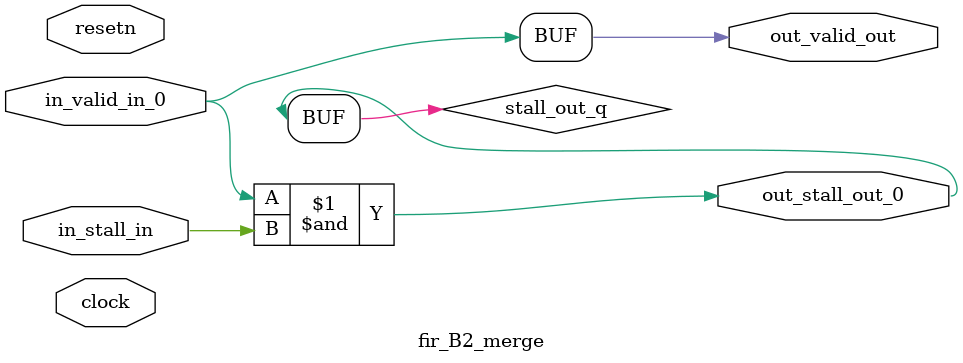
<source format=sv>



(* altera_attribute = "-name AUTO_SHIFT_REGISTER_RECOGNITION OFF; -name MESSAGE_DISABLE 10036; -name MESSAGE_DISABLE 10037; -name MESSAGE_DISABLE 14130; -name MESSAGE_DISABLE 14320; -name MESSAGE_DISABLE 15400; -name MESSAGE_DISABLE 14130; -name MESSAGE_DISABLE 10036; -name MESSAGE_DISABLE 12020; -name MESSAGE_DISABLE 12030; -name MESSAGE_DISABLE 12010; -name MESSAGE_DISABLE 12110; -name MESSAGE_DISABLE 14320; -name MESSAGE_DISABLE 13410; -name MESSAGE_DISABLE 113007; -name MESSAGE_DISABLE 10958" *)
module fir_B2_merge (
    input wire [0:0] in_stall_in,
    input wire [0:0] in_valid_in_0,
    output wire [0:0] out_stall_out_0,
    output wire [0:0] out_valid_out,
    input wire clock,
    input wire resetn
    );

    wire [0:0] stall_out_q;


    // stall_out(LOGICAL,6)
    assign stall_out_q = in_valid_in_0 & in_stall_in;

    // out_stall_out_0(GPOUT,4)
    assign out_stall_out_0 = stall_out_q;

    // out_valid_out(GPOUT,5)
    assign out_valid_out = in_valid_in_0;

endmodule

</source>
